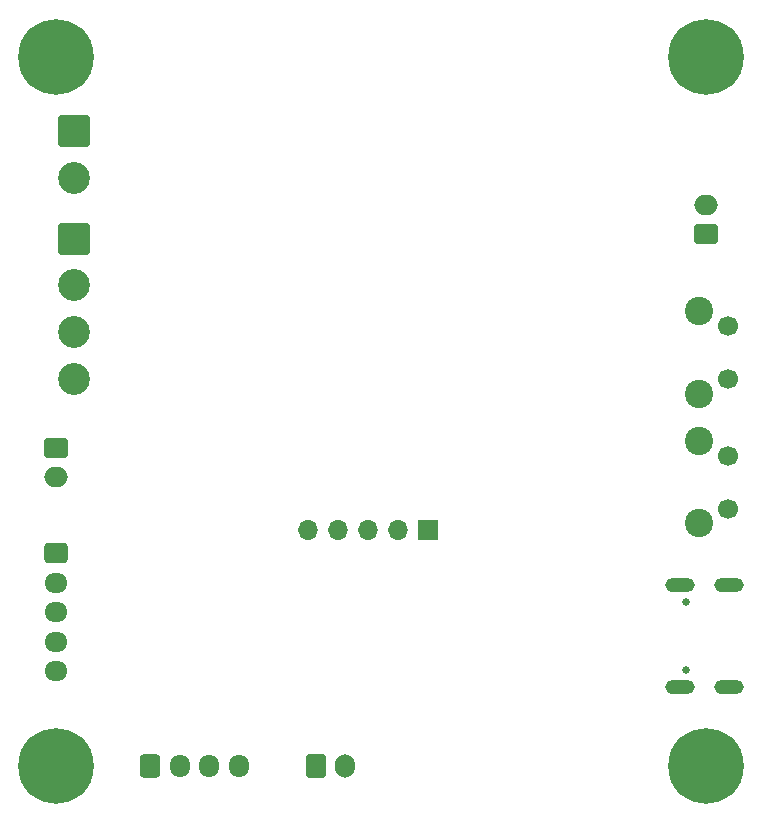
<source format=gbr>
%TF.GenerationSoftware,KiCad,Pcbnew,7.0.7*%
%TF.CreationDate,2024-02-22T09:52:38+01:00*%
%TF.ProjectId,Floppy Soldering station 3.0,466c6f70-7079-4205-936f-6c646572696e,1.0*%
%TF.SameCoordinates,Original*%
%TF.FileFunction,Soldermask,Bot*%
%TF.FilePolarity,Negative*%
%FSLAX46Y46*%
G04 Gerber Fmt 4.6, Leading zero omitted, Abs format (unit mm)*
G04 Created by KiCad (PCBNEW 7.0.7) date 2024-02-22 09:52:38*
%MOMM*%
%LPD*%
G01*
G04 APERTURE LIST*
G04 Aperture macros list*
%AMRoundRect*
0 Rectangle with rounded corners*
0 $1 Rounding radius*
0 $2 $3 $4 $5 $6 $7 $8 $9 X,Y pos of 4 corners*
0 Add a 4 corners polygon primitive as box body*
4,1,4,$2,$3,$4,$5,$6,$7,$8,$9,$2,$3,0*
0 Add four circle primitives for the rounded corners*
1,1,$1+$1,$2,$3*
1,1,$1+$1,$4,$5*
1,1,$1+$1,$6,$7*
1,1,$1+$1,$8,$9*
0 Add four rect primitives between the rounded corners*
20,1,$1+$1,$2,$3,$4,$5,0*
20,1,$1+$1,$4,$5,$6,$7,0*
20,1,$1+$1,$6,$7,$8,$9,0*
20,1,$1+$1,$8,$9,$2,$3,0*%
G04 Aperture macros list end*
%ADD10R,1.700000X1.700000*%
%ADD11O,1.700000X1.700000*%
%ADD12C,0.800000*%
%ADD13C,6.400000*%
%ADD14RoundRect,0.250000X0.750000X-0.600000X0.750000X0.600000X-0.750000X0.600000X-0.750000X-0.600000X0*%
%ADD15O,2.000000X1.700000*%
%ADD16RoundRect,0.250000X-0.600000X-0.750000X0.600000X-0.750000X0.600000X0.750000X-0.600000X0.750000X0*%
%ADD17O,1.700000X2.000000*%
%ADD18RoundRect,0.250000X-0.600000X-0.725000X0.600000X-0.725000X0.600000X0.725000X-0.600000X0.725000X0*%
%ADD19O,1.700000X1.950000*%
%ADD20RoundRect,0.250000X-0.725000X0.600000X-0.725000X-0.600000X0.725000X-0.600000X0.725000X0.600000X0*%
%ADD21O,1.950000X1.700000*%
%ADD22C,2.400000*%
%ADD23C,1.700000*%
%ADD24RoundRect,0.250000X-0.750000X0.600000X-0.750000X-0.600000X0.750000X-0.600000X0.750000X0.600000X0*%
%ADD25C,0.650000*%
%ADD26O,2.500000X1.250000*%
%ADD27RoundRect,0.250001X-1.099999X1.099999X-1.099999X-1.099999X1.099999X-1.099999X1.099999X1.099999X0*%
%ADD28C,2.700000*%
G04 APERTURE END LIST*
D10*
%TO.C,J7*%
X159491000Y-106061000D03*
D11*
X156951000Y-106061000D03*
X154411000Y-106061000D03*
X151871000Y-106061000D03*
X149331000Y-106061000D03*
%TD*%
D12*
%TO.C,H2*%
X128000000Y-123600000D03*
X129697056Y-124302944D03*
X126302944Y-124302944D03*
X130400000Y-126000000D03*
D13*
X128000000Y-126000000D03*
D12*
X125600000Y-126000000D03*
X129697056Y-127697056D03*
X126302944Y-127697056D03*
X128000000Y-128400000D03*
%TD*%
D14*
%TO.C,J2*%
X183000000Y-81000000D03*
D15*
X183000000Y-78500000D03*
%TD*%
D16*
%TO.C,J8*%
X150000000Y-126000000D03*
D17*
X152500000Y-126000000D03*
%TD*%
D12*
%TO.C,H1*%
X128000000Y-63600000D03*
X129697056Y-64302944D03*
X126302944Y-64302944D03*
X130400000Y-66000000D03*
D13*
X128000000Y-66000000D03*
D12*
X125600000Y-66000000D03*
X129697056Y-67697056D03*
X126302944Y-67697056D03*
X128000000Y-68400000D03*
%TD*%
D18*
%TO.C,J6*%
X136000000Y-126000000D03*
D19*
X138500000Y-126000000D03*
X141000000Y-126000000D03*
X143500000Y-126000000D03*
%TD*%
D20*
%TO.C,J5*%
X128000000Y-108000000D03*
D21*
X128000000Y-110500000D03*
X128000000Y-113000000D03*
X128000000Y-115500000D03*
X128000000Y-118000000D03*
%TD*%
D12*
%TO.C,H4*%
X183000000Y-63600000D03*
X184697056Y-64302944D03*
X181302944Y-64302944D03*
X185400000Y-66000000D03*
D13*
X183000000Y-66000000D03*
D12*
X180600000Y-66000000D03*
X184697056Y-67697056D03*
X181302944Y-67697056D03*
X183000000Y-68400000D03*
%TD*%
D22*
%TO.C,SW2*%
X182425000Y-98499999D03*
X182425000Y-105499999D03*
D23*
X184925000Y-99749999D03*
X184925000Y-104249999D03*
%TD*%
D12*
%TO.C,H3*%
X183000000Y-123600000D03*
X184697056Y-124302944D03*
X181302944Y-124302944D03*
X185400000Y-126000000D03*
D13*
X183000000Y-126000000D03*
D12*
X180600000Y-126000000D03*
X184697056Y-127697056D03*
X181302944Y-127697056D03*
X183000000Y-128400000D03*
%TD*%
D24*
%TO.C,J9*%
X128000000Y-99097000D03*
D15*
X128000000Y-101597000D03*
%TD*%
D25*
%TO.C,J4*%
X181320000Y-117890000D03*
X181320000Y-112110000D03*
D26*
X180820000Y-119320000D03*
X185000000Y-119320000D03*
X180820000Y-110680000D03*
X185000000Y-110680000D03*
%TD*%
D22*
%TO.C,SW1*%
X182425000Y-87499999D03*
X182425000Y-94499999D03*
D23*
X184925000Y-88749999D03*
X184925000Y-93249999D03*
%TD*%
D27*
%TO.C,J3*%
X129550000Y-81379500D03*
D28*
X129550000Y-85339500D03*
X129550000Y-89299500D03*
X129550000Y-93259500D03*
%TD*%
D27*
%TO.C,J1*%
X129566000Y-72279000D03*
D28*
X129566000Y-76239000D03*
%TD*%
M02*

</source>
